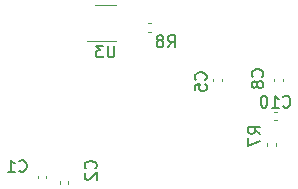
<source format=gbo>
G04 #@! TF.GenerationSoftware,KiCad,Pcbnew,(5.1.7)-1*
G04 #@! TF.CreationDate,2021-07-31T20:16:39-07:00*
G04 #@! TF.ProjectId,clkbrd3,636c6b62-7264-4332-9e6b-696361645f70,rev?*
G04 #@! TF.SameCoordinates,Original*
G04 #@! TF.FileFunction,Legend,Bot*
G04 #@! TF.FilePolarity,Positive*
%FSLAX46Y46*%
G04 Gerber Fmt 4.6, Leading zero omitted, Abs format (unit mm)*
G04 Created by KiCad (PCBNEW (5.1.7)-1) date 2021-07-31 20:16:39*
%MOMM*%
%LPD*%
G01*
G04 APERTURE LIST*
%ADD10C,0.120000*%
%ADD11C,0.150000*%
%ADD12O,1.700000X1.700000*%
%ADD13R,1.700000X1.700000*%
%ADD14C,5.600000*%
%ADD15R,1.220000X0.650000*%
%ADD16R,5.080000X1.500000*%
%ADD17O,1.900000X1.200000*%
%ADD18C,1.450000*%
%ADD19C,2.600000*%
%ADD20R,2.600000X2.600000*%
G04 APERTURE END LIST*
D10*
X63320000Y-37530000D02*
X60890000Y-37530000D01*
X61560000Y-34460000D02*
X63320000Y-34460000D01*
X66343641Y-36750000D02*
X66036359Y-36750000D01*
X66343641Y-35990000D02*
X66036359Y-35990000D01*
X76850000Y-46136359D02*
X76850000Y-46443641D01*
X76090000Y-46136359D02*
X76090000Y-46443641D01*
X76957836Y-44240000D02*
X76742164Y-44240000D01*
X76957836Y-43520000D02*
X76742164Y-43520000D01*
X77470000Y-40732164D02*
X77470000Y-40947836D01*
X76750000Y-40732164D02*
X76750000Y-40947836D01*
X71590000Y-40957836D02*
X71590000Y-40742164D01*
X72310000Y-40957836D02*
X72310000Y-40742164D01*
X59300000Y-49412164D02*
X59300000Y-49627836D01*
X58580000Y-49412164D02*
X58580000Y-49627836D01*
X56700000Y-49167836D02*
X56700000Y-48952164D01*
X57420000Y-49167836D02*
X57420000Y-48952164D01*
D11*
X63201904Y-37922380D02*
X63201904Y-38731904D01*
X63154285Y-38827142D01*
X63106666Y-38874761D01*
X63011428Y-38922380D01*
X62820952Y-38922380D01*
X62725714Y-38874761D01*
X62678095Y-38827142D01*
X62630476Y-38731904D01*
X62630476Y-37922380D01*
X62249523Y-37922380D02*
X61630476Y-37922380D01*
X61963809Y-38303333D01*
X61820952Y-38303333D01*
X61725714Y-38350952D01*
X61678095Y-38398571D01*
X61630476Y-38493809D01*
X61630476Y-38731904D01*
X61678095Y-38827142D01*
X61725714Y-38874761D01*
X61820952Y-38922380D01*
X62106666Y-38922380D01*
X62201904Y-38874761D01*
X62249523Y-38827142D01*
X67726666Y-38062380D02*
X68060000Y-37586190D01*
X68298095Y-38062380D02*
X68298095Y-37062380D01*
X67917142Y-37062380D01*
X67821904Y-37110000D01*
X67774285Y-37157619D01*
X67726666Y-37252857D01*
X67726666Y-37395714D01*
X67774285Y-37490952D01*
X67821904Y-37538571D01*
X67917142Y-37586190D01*
X68298095Y-37586190D01*
X67155238Y-37490952D02*
X67250476Y-37443333D01*
X67298095Y-37395714D01*
X67345714Y-37300476D01*
X67345714Y-37252857D01*
X67298095Y-37157619D01*
X67250476Y-37110000D01*
X67155238Y-37062380D01*
X66964761Y-37062380D01*
X66869523Y-37110000D01*
X66821904Y-37157619D01*
X66774285Y-37252857D01*
X66774285Y-37300476D01*
X66821904Y-37395714D01*
X66869523Y-37443333D01*
X66964761Y-37490952D01*
X67155238Y-37490952D01*
X67250476Y-37538571D01*
X67298095Y-37586190D01*
X67345714Y-37681428D01*
X67345714Y-37871904D01*
X67298095Y-37967142D01*
X67250476Y-38014761D01*
X67155238Y-38062380D01*
X66964761Y-38062380D01*
X66869523Y-38014761D01*
X66821904Y-37967142D01*
X66774285Y-37871904D01*
X66774285Y-37681428D01*
X66821904Y-37586190D01*
X66869523Y-37538571D01*
X66964761Y-37490952D01*
X75542380Y-45413333D02*
X75066190Y-45080000D01*
X75542380Y-44841904D02*
X74542380Y-44841904D01*
X74542380Y-45222857D01*
X74590000Y-45318095D01*
X74637619Y-45365714D01*
X74732857Y-45413333D01*
X74875714Y-45413333D01*
X74970952Y-45365714D01*
X75018571Y-45318095D01*
X75066190Y-45222857D01*
X75066190Y-44841904D01*
X74542380Y-45746666D02*
X74542380Y-46413333D01*
X75542380Y-45984761D01*
X77492857Y-43077142D02*
X77540476Y-43124761D01*
X77683333Y-43172380D01*
X77778571Y-43172380D01*
X77921428Y-43124761D01*
X78016666Y-43029523D01*
X78064285Y-42934285D01*
X78111904Y-42743809D01*
X78111904Y-42600952D01*
X78064285Y-42410476D01*
X78016666Y-42315238D01*
X77921428Y-42220000D01*
X77778571Y-42172380D01*
X77683333Y-42172380D01*
X77540476Y-42220000D01*
X77492857Y-42267619D01*
X76540476Y-43172380D02*
X77111904Y-43172380D01*
X76826190Y-43172380D02*
X76826190Y-42172380D01*
X76921428Y-42315238D01*
X77016666Y-42410476D01*
X77111904Y-42458095D01*
X75921428Y-42172380D02*
X75826190Y-42172380D01*
X75730952Y-42220000D01*
X75683333Y-42267619D01*
X75635714Y-42362857D01*
X75588095Y-42553333D01*
X75588095Y-42791428D01*
X75635714Y-42981904D01*
X75683333Y-43077142D01*
X75730952Y-43124761D01*
X75826190Y-43172380D01*
X75921428Y-43172380D01*
X76016666Y-43124761D01*
X76064285Y-43077142D01*
X76111904Y-42981904D01*
X76159523Y-42791428D01*
X76159523Y-42553333D01*
X76111904Y-42362857D01*
X76064285Y-42267619D01*
X76016666Y-42220000D01*
X75921428Y-42172380D01*
X75717142Y-40563333D02*
X75764761Y-40515714D01*
X75812380Y-40372857D01*
X75812380Y-40277619D01*
X75764761Y-40134761D01*
X75669523Y-40039523D01*
X75574285Y-39991904D01*
X75383809Y-39944285D01*
X75240952Y-39944285D01*
X75050476Y-39991904D01*
X74955238Y-40039523D01*
X74860000Y-40134761D01*
X74812380Y-40277619D01*
X74812380Y-40372857D01*
X74860000Y-40515714D01*
X74907619Y-40563333D01*
X75240952Y-41134761D02*
X75193333Y-41039523D01*
X75145714Y-40991904D01*
X75050476Y-40944285D01*
X75002857Y-40944285D01*
X74907619Y-40991904D01*
X74860000Y-41039523D01*
X74812380Y-41134761D01*
X74812380Y-41325238D01*
X74860000Y-41420476D01*
X74907619Y-41468095D01*
X75002857Y-41515714D01*
X75050476Y-41515714D01*
X75145714Y-41468095D01*
X75193333Y-41420476D01*
X75240952Y-41325238D01*
X75240952Y-41134761D01*
X75288571Y-41039523D01*
X75336190Y-40991904D01*
X75431428Y-40944285D01*
X75621904Y-40944285D01*
X75717142Y-40991904D01*
X75764761Y-41039523D01*
X75812380Y-41134761D01*
X75812380Y-41325238D01*
X75764761Y-41420476D01*
X75717142Y-41468095D01*
X75621904Y-41515714D01*
X75431428Y-41515714D01*
X75336190Y-41468095D01*
X75288571Y-41420476D01*
X75240952Y-41325238D01*
X70907142Y-40823333D02*
X70954761Y-40775714D01*
X71002380Y-40632857D01*
X71002380Y-40537619D01*
X70954761Y-40394761D01*
X70859523Y-40299523D01*
X70764285Y-40251904D01*
X70573809Y-40204285D01*
X70430952Y-40204285D01*
X70240476Y-40251904D01*
X70145238Y-40299523D01*
X70050000Y-40394761D01*
X70002380Y-40537619D01*
X70002380Y-40632857D01*
X70050000Y-40775714D01*
X70097619Y-40823333D01*
X70002380Y-41728095D02*
X70002380Y-41251904D01*
X70478571Y-41204285D01*
X70430952Y-41251904D01*
X70383333Y-41347142D01*
X70383333Y-41585238D01*
X70430952Y-41680476D01*
X70478571Y-41728095D01*
X70573809Y-41775714D01*
X70811904Y-41775714D01*
X70907142Y-41728095D01*
X70954761Y-41680476D01*
X71002380Y-41585238D01*
X71002380Y-41347142D01*
X70954761Y-41251904D01*
X70907142Y-41204285D01*
X61597142Y-48333333D02*
X61644761Y-48285714D01*
X61692380Y-48142857D01*
X61692380Y-48047619D01*
X61644761Y-47904761D01*
X61549523Y-47809523D01*
X61454285Y-47761904D01*
X61263809Y-47714285D01*
X61120952Y-47714285D01*
X60930476Y-47761904D01*
X60835238Y-47809523D01*
X60740000Y-47904761D01*
X60692380Y-48047619D01*
X60692380Y-48142857D01*
X60740000Y-48285714D01*
X60787619Y-48333333D01*
X60787619Y-48714285D02*
X60740000Y-48761904D01*
X60692380Y-48857142D01*
X60692380Y-49095238D01*
X60740000Y-49190476D01*
X60787619Y-49238095D01*
X60882857Y-49285714D01*
X60978095Y-49285714D01*
X61120952Y-49238095D01*
X61692380Y-48666666D01*
X61692380Y-49285714D01*
X55146666Y-48517142D02*
X55194285Y-48564761D01*
X55337142Y-48612380D01*
X55432380Y-48612380D01*
X55575238Y-48564761D01*
X55670476Y-48469523D01*
X55718095Y-48374285D01*
X55765714Y-48183809D01*
X55765714Y-48040952D01*
X55718095Y-47850476D01*
X55670476Y-47755238D01*
X55575238Y-47660000D01*
X55432380Y-47612380D01*
X55337142Y-47612380D01*
X55194285Y-47660000D01*
X55146666Y-47707619D01*
X54194285Y-48612380D02*
X54765714Y-48612380D01*
X54480000Y-48612380D02*
X54480000Y-47612380D01*
X54575238Y-47755238D01*
X54670476Y-47850476D01*
X54765714Y-47898095D01*
%LPC*%
D12*
X68000000Y-47460000D03*
D13*
X68000000Y-50000000D03*
D14*
X48000000Y-28000000D03*
X52800000Y-56300000D03*
X82500000Y-56300000D03*
X82500000Y-27900000D03*
D12*
X77050000Y-36150000D03*
D13*
X74510000Y-36150000D03*
D15*
X63750000Y-36970000D03*
X63750000Y-35070000D03*
X61130000Y-35070000D03*
X61130000Y-36020000D03*
X61130000Y-36970000D03*
G36*
G01*
X65950000Y-36185000D02*
X65950000Y-36555000D01*
G75*
G02*
X65815000Y-36690000I-135000J0D01*
G01*
X65545000Y-36690000D01*
G75*
G02*
X65410000Y-36555000I0J135000D01*
G01*
X65410000Y-36185000D01*
G75*
G02*
X65545000Y-36050000I135000J0D01*
G01*
X65815000Y-36050000D01*
G75*
G02*
X65950000Y-36185000I0J-135000D01*
G01*
G37*
G36*
G01*
X66970000Y-36185000D02*
X66970000Y-36555000D01*
G75*
G02*
X66835000Y-36690000I-135000J0D01*
G01*
X66565000Y-36690000D01*
G75*
G02*
X66430000Y-36555000I0J135000D01*
G01*
X66430000Y-36185000D01*
G75*
G02*
X66565000Y-36050000I135000J0D01*
G01*
X66835000Y-36050000D01*
G75*
G02*
X66970000Y-36185000I0J-135000D01*
G01*
G37*
D12*
X58430000Y-31920000D03*
X60970000Y-31920000D03*
D13*
X63510000Y-31920000D03*
G36*
G01*
X76285000Y-46530000D02*
X76655000Y-46530000D01*
G75*
G02*
X76790000Y-46665000I0J-135000D01*
G01*
X76790000Y-46935000D01*
G75*
G02*
X76655000Y-47070000I-135000J0D01*
G01*
X76285000Y-47070000D01*
G75*
G02*
X76150000Y-46935000I0J135000D01*
G01*
X76150000Y-46665000D01*
G75*
G02*
X76285000Y-46530000I135000J0D01*
G01*
G37*
G36*
G01*
X76285000Y-45510000D02*
X76655000Y-45510000D01*
G75*
G02*
X76790000Y-45645000I0J-135000D01*
G01*
X76790000Y-45915000D01*
G75*
G02*
X76655000Y-46050000I-135000J0D01*
G01*
X76285000Y-46050000D01*
G75*
G02*
X76150000Y-45915000I0J135000D01*
G01*
X76150000Y-45645000D01*
G75*
G02*
X76285000Y-45510000I135000J0D01*
G01*
G37*
D16*
X83110000Y-42410000D03*
X83110000Y-50910000D03*
D12*
X74460000Y-50000000D03*
D13*
X77000000Y-50000000D03*
G36*
G01*
X76650000Y-43710000D02*
X76650000Y-44050000D01*
G75*
G02*
X76510000Y-44190000I-140000J0D01*
G01*
X76230000Y-44190000D01*
G75*
G02*
X76090000Y-44050000I0J140000D01*
G01*
X76090000Y-43710000D01*
G75*
G02*
X76230000Y-43570000I140000J0D01*
G01*
X76510000Y-43570000D01*
G75*
G02*
X76650000Y-43710000I0J-140000D01*
G01*
G37*
G36*
G01*
X77610000Y-43710000D02*
X77610000Y-44050000D01*
G75*
G02*
X77470000Y-44190000I-140000J0D01*
G01*
X77190000Y-44190000D01*
G75*
G02*
X77050000Y-44050000I0J140000D01*
G01*
X77050000Y-43710000D01*
G75*
G02*
X77190000Y-43570000I140000J0D01*
G01*
X77470000Y-43570000D01*
G75*
G02*
X77610000Y-43710000I0J-140000D01*
G01*
G37*
G36*
G01*
X76940000Y-41040000D02*
X77280000Y-41040000D01*
G75*
G02*
X77420000Y-41180000I0J-140000D01*
G01*
X77420000Y-41460000D01*
G75*
G02*
X77280000Y-41600000I-140000J0D01*
G01*
X76940000Y-41600000D01*
G75*
G02*
X76800000Y-41460000I0J140000D01*
G01*
X76800000Y-41180000D01*
G75*
G02*
X76940000Y-41040000I140000J0D01*
G01*
G37*
G36*
G01*
X76940000Y-40080000D02*
X77280000Y-40080000D01*
G75*
G02*
X77420000Y-40220000I0J-140000D01*
G01*
X77420000Y-40500000D01*
G75*
G02*
X77280000Y-40640000I-140000J0D01*
G01*
X76940000Y-40640000D01*
G75*
G02*
X76800000Y-40500000I0J140000D01*
G01*
X76800000Y-40220000D01*
G75*
G02*
X76940000Y-40080000I140000J0D01*
G01*
G37*
G36*
G01*
X72120000Y-40650000D02*
X71780000Y-40650000D01*
G75*
G02*
X71640000Y-40510000I0J140000D01*
G01*
X71640000Y-40230000D01*
G75*
G02*
X71780000Y-40090000I140000J0D01*
G01*
X72120000Y-40090000D01*
G75*
G02*
X72260000Y-40230000I0J-140000D01*
G01*
X72260000Y-40510000D01*
G75*
G02*
X72120000Y-40650000I-140000J0D01*
G01*
G37*
G36*
G01*
X72120000Y-41610000D02*
X71780000Y-41610000D01*
G75*
G02*
X71640000Y-41470000I0J140000D01*
G01*
X71640000Y-41190000D01*
G75*
G02*
X71780000Y-41050000I140000J0D01*
G01*
X72120000Y-41050000D01*
G75*
G02*
X72260000Y-41190000I0J-140000D01*
G01*
X72260000Y-41470000D01*
G75*
G02*
X72120000Y-41610000I-140000J0D01*
G01*
G37*
D12*
X59450000Y-45560000D03*
X56910000Y-45560000D03*
D13*
X54370000Y-45560000D03*
D17*
X45542500Y-53940000D03*
X45542500Y-46940000D03*
D18*
X48242500Y-52940000D03*
X48242500Y-47940000D03*
D19*
X50300000Y-41540000D03*
X47300000Y-36840000D03*
D20*
X53300000Y-36840000D03*
G36*
G01*
X58770000Y-49720000D02*
X59110000Y-49720000D01*
G75*
G02*
X59250000Y-49860000I0J-140000D01*
G01*
X59250000Y-50140000D01*
G75*
G02*
X59110000Y-50280000I-140000J0D01*
G01*
X58770000Y-50280000D01*
G75*
G02*
X58630000Y-50140000I0J140000D01*
G01*
X58630000Y-49860000D01*
G75*
G02*
X58770000Y-49720000I140000J0D01*
G01*
G37*
G36*
G01*
X58770000Y-48760000D02*
X59110000Y-48760000D01*
G75*
G02*
X59250000Y-48900000I0J-140000D01*
G01*
X59250000Y-49180000D01*
G75*
G02*
X59110000Y-49320000I-140000J0D01*
G01*
X58770000Y-49320000D01*
G75*
G02*
X58630000Y-49180000I0J140000D01*
G01*
X58630000Y-48900000D01*
G75*
G02*
X58770000Y-48760000I140000J0D01*
G01*
G37*
G36*
G01*
X57230000Y-48860000D02*
X56890000Y-48860000D01*
G75*
G02*
X56750000Y-48720000I0J140000D01*
G01*
X56750000Y-48440000D01*
G75*
G02*
X56890000Y-48300000I140000J0D01*
G01*
X57230000Y-48300000D01*
G75*
G02*
X57370000Y-48440000I0J-140000D01*
G01*
X57370000Y-48720000D01*
G75*
G02*
X57230000Y-48860000I-140000J0D01*
G01*
G37*
G36*
G01*
X57230000Y-49820000D02*
X56890000Y-49820000D01*
G75*
G02*
X56750000Y-49680000I0J140000D01*
G01*
X56750000Y-49400000D01*
G75*
G02*
X56890000Y-49260000I140000J0D01*
G01*
X57230000Y-49260000D01*
G75*
G02*
X57370000Y-49400000I0J-140000D01*
G01*
X57370000Y-49680000D01*
G75*
G02*
X57230000Y-49820000I-140000J0D01*
G01*
G37*
M02*

</source>
